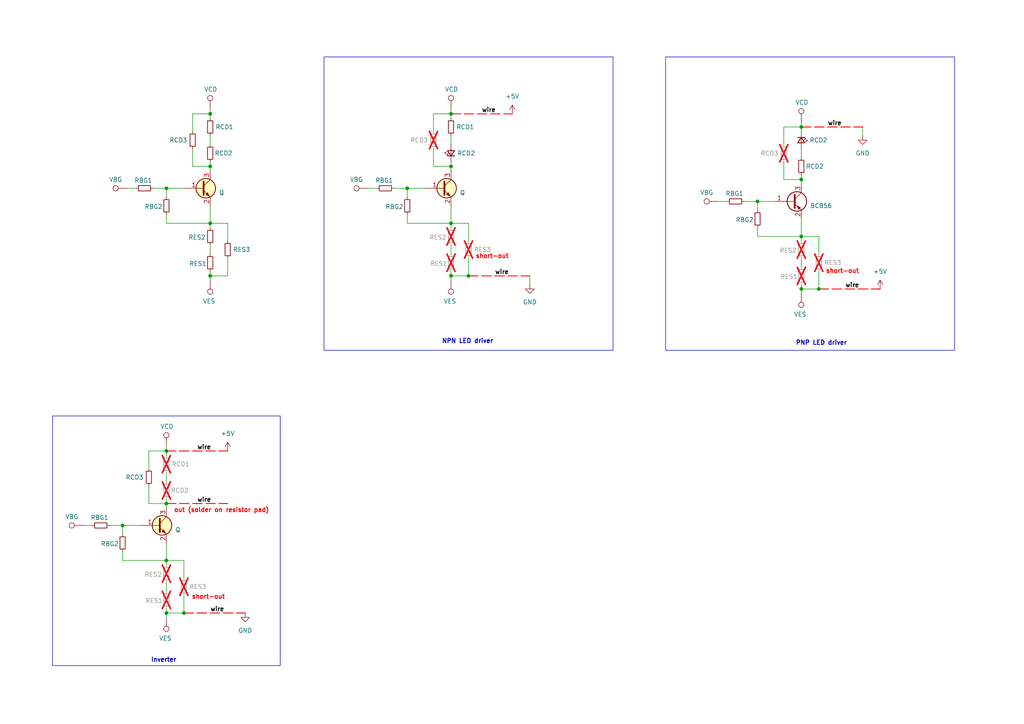
<source format=kicad_sch>
(kicad_sch (version 20250114) (generator "eeschema") (generator_version "9.0")
  (paper "A4")
  (lib_symbols
    (symbol "Connector:TestPoint" (pin_numbers (hide yes)) (pin_names (offset 0.762) (hide yes))
      (property "Reference" "TP" (at 0 6.858 0))
      (property "Value" "TestPoint" (at 0 5.08 0))
      (symbol "TestPoint_0_1"
        (circle (center 0 3.302) (radius 0.762))
      )
      (symbol "TestPoint_1_1"
        (pin passive line (at 0 0 90) (length 2.54) (name "1") (number "1"))
      )
    )
    (symbol "Device:LED_Small" (pin_numbers (hide yes)) (pin_names (offset 0.254) (hide yes))
      (property "Reference" "D" (at -1.27 3.175 0))
      (property "Value" "LED_Small" (at -4.445 -2.54 0))
      (symbol "LED_Small_0_1"
        (polyline (pts (xy -0.762 -1.016) (xy -0.762 1.016)) (stroke (width 0.254)))
        (polyline (pts (xy 0 0.762) (xy -0.508 1.27) (xy -0.254 1.27) (xy -0.508 1.27) (xy -0.508 1.016)))
        (polyline (pts (xy 0.508 1.27) (xy 0 1.778) (xy 0.254 1.778) (xy 0 1.778) (xy 0 1.524)))
        (polyline (pts (xy 0.762 -1.016) (xy -0.762 0) (xy 0.762 1.016) (xy 0.762 -1.016)) (stroke (width 0.254)))
        (polyline (pts (xy 1.016 0) (xy -0.762 0)))
      )
      (symbol "LED_Small_1_1"
        (pin passive line (at -2.54 0 0) (length 1.778) (name "K") (number "1"))
        (pin passive line (at 2.54 0 180) (length 1.778) (name "A") (number "2"))
      )
    )
    (symbol "Device:R_Small" (pin_numbers (hide yes)) (pin_names (offset 0.254) (hide yes))
      (property "Reference" "R" (at 0.762 0.508 0))
      (property "Value" "R_Small" (at 0.762 -1.016 0))
      (symbol "R_Small_0_1"
        (rectangle (start -0.762 1.778) (end 0.762 -1.778) (stroke (width 0.2032)))
      )
      (symbol "R_Small_1_1"
        (pin passive line (at 0 2.54 270) (length 0.762) (name "~") (number "1"))
        (pin passive line (at 0 -2.54 90) (length 0.762) (name "~") (number "2"))
      )
    )
    (symbol "PCM_Transistor_BJT_AKL:BC847" (pin_names (hide yes))
      (property "Reference" "Q" (at 5.08 1.27 0))
      (property "Value" "BC847" (at 5.08 -1.27 0))
      (symbol "BC847_0_1"
        (polyline (pts (xy 0.635 1.905) (xy 0.635 -1.905) (xy 0.635 -1.905)) (stroke (width 0.508)))
        (polyline (pts (xy 0.635 0.635) (xy 2.54 2.54)))
        (polyline (pts (xy 0.635 -0.635) (xy 2.54 -2.54) (xy 2.54 -2.54)))
        (circle (center 1.27 0) (radius 2.8194) (stroke (width 0.254)) (fill (type background)))
        (polyline (pts (xy 1.27 -1.778) (xy 1.778 -1.27) (xy 2.286 -2.286) (xy 1.27 -1.778) (xy 1.27 -1.778)) (fill (type outline)))
      )
      (symbol "BC847_1_1"
        (pin input line (at -5.08 0 0) (length 5.715) (name "B") (number "1"))
        (pin passive line (at 2.54 5.08 270) (length 2.54) (name "C") (number "3"))
        (pin passive line (at 2.54 -5.08 90) (length 2.54) (name "E") (number "2"))
      )
    )
    (symbol "Transistor_BJT:BC856" (pin_names (offset 0) (hide yes))
      (property "Reference" "Q" (at 5.08 1.905 0))
      (property "Value" "BC856" (at 5.08 0 0))
      (symbol "BC856_0_1"
        (polyline (pts (xy -2.54 0) (xy 0.635 0)))
        (polyline (pts (xy 0.635 1.905) (xy 0.635 -1.905)) (stroke (width 0.508)))
        (polyline (pts (xy 0.635 0.635) (xy 2.54 2.54)))
        (polyline (pts (xy 0.635 -0.635) (xy 2.54 -2.54)))
        (circle (center 1.27 0) (radius 2.8194) (stroke (width 0.254)))
        (polyline (pts (xy 2.286 -1.778) (xy 1.778 -2.286) (xy 1.27 -1.27) (xy 2.286 -1.778)) (fill (type outline)))
      )
      (symbol "BC856_1_1"
        (pin input line (at -5.08 0 0) (length 2.54) (name "B") (number "1"))
        (pin passive line (at 2.54 5.08 270) (length 2.54) (name "C") (number "3"))
        (pin passive line (at 2.54 -5.08 90) (length 2.54) (name "E") (number "2"))
      )
    )
    (symbol "power:+5V" (power) (pin_numbers (hide yes)) (pin_names (offset 0) (hide yes))
      (property "Value" "+5V" (at 0 3.556 0))
      (symbol "+5V_0_1"
        (polyline (pts (xy -0.762 1.27) (xy 0 2.54)))
        (polyline (pts (xy 0 2.54) (xy 0.762 1.27)))
        (polyline (pts (xy 0 0) (xy 0 2.54)))
      )
      (symbol "+5V_1_1"
        (pin power_in line (at 0 0 90) (length 0) (name "~") (number "1"))
      )
    )
    (symbol "power:GND" (power) (pin_numbers (hide yes)) (pin_names (offset 0) (hide yes))
      (property "Value" "GND" (at 0 -3.81 0))
      (symbol "GND_0_1"
        (polyline (pts (xy 0 0) (xy 0 -1.27) (xy 1.27 -1.27) (xy 0 -2.54) (xy -1.27 -1.27) (xy 0 -1.27)))
      )
      (symbol "GND_1_1"
        (pin power_in line (at 0 0 270) (length 0) (name "~") (number "1"))
      )
    )
  )
  (rectangle (start 193.04 16.51) (end 276.86 101.6))
  (rectangle (start 93.98 16.51) (end 177.8 101.6))
  (rectangle (start 15.24 120.65) (end 81.28 193.04))
  (text "NPN LED driver" (at 135.636 99.06 0) (effects (font (size 1.27 1.27) (thickness 0.254) (bold yes))))
  (text "out (solder on resistor pad)" (at 64.262 148.082 0) (effects (font (size 1.27 1.27) (thickness 0.254) (bold yes))))
  (text "Inverter" (at 47.498 191.516 0) (effects (font (size 1.27 1.27) (thickness 0.254) (bold yes))))
  (text "short-out" (at 142.748 74.422 0) (effects (font (size 1.27 1.27) (thickness 0.254) (bold yes))))
  (text "PNP LED driver" (at 238.252 99.568 0) (effects (font (size 1.27 1.27) (thickness 0.254) (bold yes))))
  (text "short-out" (at 244.348 78.74 0) (effects (font (size 1.27 1.27) (thickness 0.254) (bold yes))))
  (text "short-out" (at 60.452 173.228 0) (effects (font (size 1.27 1.27) (thickness 0.254) (bold yes))))
  (junction (at 130.81 64.77))
  (junction (at 130.81 80.01))
  (junction (at 48.26 54.61))
  (junction (at 53.34 177.8))
  (junction (at 60.96 64.77))
  (junction (at 118.11 54.61))
  (junction (at 232.41 68.58))
  (junction (at 35.56 152.4))
  (junction (at 232.41 52.07))
  (junction (at 60.96 80.01))
  (junction (at 237.49 83.82))
  (junction (at 135.89 80.01))
  (junction (at 130.81 33.02))
  (junction (at 232.41 83.82))
  (junction (at 130.81 48.26))
  (junction (at 48.26 177.8))
  (junction (at 232.41 36.83))
  (junction (at 60.96 33.02))
  (junction (at 48.26 162.56))
  (junction (at 48.26 130.81))
  (junction (at 219.71 58.42))
  (junction (at 48.26 146.05))
  (junction (at 60.96 48.26))
  (wire (pts (xy 232.41 35.56) (xy 232.41 36.83)))
  (wire (pts (xy 219.71 58.42) (xy 219.71 60.96)))
  (wire (pts (xy 48.26 146.05) (xy 48.26 147.32)))
  (wire (pts (xy 125.73 33.02) (xy 130.81 33.02)))
  (wire (pts (xy 48.26 179.07) (xy 48.26 177.8)))
  (wire (pts (xy 60.96 66.04) (xy 60.96 64.77)))
  (wire (pts (xy 53.34 177.8) (xy 71.12 177.8)) (stroke (width 0.254) (type dash) (color 255 0 0 1)))
  (wire (pts (xy 232.41 36.83) (xy 250.19 36.83)) (stroke (width 0.254) (type dash) (color 255 0 0 1)))
  (wire (pts (xy 130.81 48.26) (xy 130.81 49.53)))
  (wire (pts (xy 48.26 54.61) (xy 48.26 57.15)))
  (wire (pts (xy 60.96 59.69) (xy 60.96 64.77)))
  (wire (pts (xy 53.34 177.8) (xy 48.26 177.8)))
  (wire (pts (xy 232.41 50.8) (xy 232.41 52.07)))
  (wire (pts (xy 208.28 58.42) (xy 210.82 58.42)))
  (wire (pts (xy 237.49 83.82) (xy 255.27 83.82)) (stroke (width 0.254) (type dash) (color 255 0 0 1)))
  (wire (pts (xy 43.18 135.89) (xy 43.18 130.81)))
  (wire (pts (xy 135.89 69.85) (xy 135.89 64.77)))
  (wire (pts (xy 118.11 54.61) (xy 123.19 54.61)))
  (wire (pts (xy 135.89 80.01) (xy 153.67 80.01)) (stroke (width 0.254) (type dash) (color 255 0 0 1)))
  (wire (pts (xy 60.96 33.02) (xy 60.96 34.29)))
  (wire (pts (xy 219.71 66.04) (xy 219.71 68.58)))
  (wire (pts (xy 48.26 171.45) (xy 48.26 168.91)))
  (wire (pts (xy 130.81 46.99) (xy 130.81 48.26)))
  (wire (pts (xy 48.26 64.77) (xy 60.96 64.77)))
  (wire (pts (xy 125.73 43.18) (xy 125.73 48.26)))
  (wire (pts (xy 153.67 82.55) (xy 153.67 80.01)))
  (wire (pts (xy 135.89 64.77) (xy 130.81 64.77)))
  (wire (pts (xy 53.34 162.56) (xy 48.26 162.56)))
  (wire (pts (xy 36.83 54.61) (xy 39.37 54.61)))
  (wire (pts (xy 55.88 38.1) (xy 55.88 33.02)))
  (wire (pts (xy 43.18 130.81) (xy 48.26 130.81)))
  (wire (pts (xy 118.11 64.77) (xy 130.81 64.77)))
  (wire (pts (xy 227.33 36.83) (xy 232.41 36.83)))
  (wire (pts (xy 60.96 80.01) (xy 60.96 78.74)))
  (wire (pts (xy 48.26 157.48) (xy 48.26 162.56)))
  (wire (pts (xy 48.26 177.8) (xy 48.26 176.53)))
  (wire (pts (xy 55.88 48.26) (xy 60.96 48.26)))
  (wire (pts (xy 118.11 62.23) (xy 118.11 64.77)))
  (wire (pts (xy 106.68 54.61) (xy 109.22 54.61)))
  (wire (pts (xy 48.26 130.81) (xy 66.04 130.81)) (stroke (width 0.254) (type dash) (color 255 0 0 1)))
  (wire (pts (xy 48.26 163.83) (xy 48.26 162.56)))
  (wire (pts (xy 232.41 69.85) (xy 232.41 68.58)))
  (wire (pts (xy 237.49 78.74) (xy 237.49 83.82)))
  (wire (pts (xy 130.81 33.02) (xy 148.59 33.02)) (stroke (width 0.254) (type dash) (color 255 0 0 1)))
  (wire (pts (xy 24.13 152.4) (xy 26.67 152.4)))
  (wire (pts (xy 227.33 52.07) (xy 232.41 52.07)))
  (wire (pts (xy 66.04 64.77) (xy 60.96 64.77)))
  (wire (pts (xy 232.41 52.07) (xy 232.41 53.34)))
  (wire (pts (xy 219.71 58.42) (xy 224.79 58.42)))
  (wire (pts (xy 60.96 46.99) (xy 60.96 48.26)))
  (wire (pts (xy 35.56 152.4) (xy 35.56 154.94)))
  (wire (pts (xy 227.33 46.99) (xy 227.33 52.07)))
  (wire (pts (xy 35.56 152.4) (xy 40.64 152.4)))
  (wire (pts (xy 118.11 54.61) (xy 118.11 57.15)))
  (wire (pts (xy 130.81 31.75) (xy 130.81 33.02)))
  (wire (pts (xy 48.26 54.61) (xy 53.34 54.61)))
  (wire (pts (xy 232.41 43.18) (xy 232.41 45.72)))
  (wire (pts (xy 237.49 68.58) (xy 232.41 68.58)))
  (wire (pts (xy 35.56 160.02) (xy 35.56 162.56)))
  (wire (pts (xy 130.81 80.01) (xy 135.89 80.01)))
  (wire (pts (xy 130.81 39.37) (xy 130.81 41.91)))
  (wire (pts (xy 130.81 33.02) (xy 130.81 34.29)))
  (wire (pts (xy 44.45 54.61) (xy 48.26 54.61)))
  (wire (pts (xy 53.34 172.72) (xy 53.34 177.8)))
  (wire (pts (xy 35.56 162.56) (xy 48.26 162.56)))
  (wire (pts (xy 48.26 129.54) (xy 48.26 130.81)))
  (wire (pts (xy 43.18 146.05) (xy 48.26 146.05)))
  (wire (pts (xy 219.71 68.58) (xy 232.41 68.58)))
  (wire (pts (xy 125.73 38.1) (xy 125.73 33.02)))
  (wire (pts (xy 66.04 80.01) (xy 60.96 80.01)))
  (wire (pts (xy 55.88 33.02) (xy 60.96 33.02)))
  (wire (pts (xy 250.19 39.37) (xy 250.19 36.83)))
  (wire (pts (xy 60.96 73.66) (xy 60.96 71.12)))
  (wire (pts (xy 43.18 140.97) (xy 43.18 146.05)))
  (wire (pts (xy 130.81 66.04) (xy 130.81 64.77)))
  (wire (pts (xy 237.49 73.66) (xy 237.49 68.58)))
  (wire (pts (xy 48.26 144.78) (xy 48.26 146.05)))
  (wire (pts (xy 53.34 167.64) (xy 53.34 162.56)))
  (wire (pts (xy 31.75 152.4) (xy 35.56 152.4)))
  (wire (pts (xy 130.81 73.66) (xy 130.81 71.12)))
  (wire (pts (xy 48.26 130.81) (xy 48.26 132.08)))
  (wire (pts (xy 125.73 48.26) (xy 130.81 48.26)))
  (wire (pts (xy 60.96 48.26) (xy 60.96 49.53)))
  (wire (pts (xy 232.41 83.82) (xy 232.41 82.55)))
  (wire (pts (xy 232.41 77.47) (xy 232.41 74.93)))
  (wire (pts (xy 48.26 146.05) (xy 66.04 146.05)) (stroke (width 0.254) (type dash) (color 255 0 0 1)))
  (wire (pts (xy 60.96 31.75) (xy 60.96 33.02)))
  (wire (pts (xy 130.81 59.69) (xy 130.81 64.77)))
  (wire (pts (xy 60.96 81.28) (xy 60.96 80.01)))
  (wire (pts (xy 232.41 63.5) (xy 232.41 68.58)))
  (wire (pts (xy 227.33 41.91) (xy 227.33 36.83)))
  (wire (pts (xy 232.41 36.83) (xy 232.41 38.1)))
  (wire (pts (xy 66.04 74.93) (xy 66.04 80.01)))
  (wire (pts (xy 237.49 83.82) (xy 232.41 83.82)))
  (wire (pts (xy 48.26 137.16) (xy 48.26 139.7)))
  (wire (pts (xy 66.04 69.85) (xy 66.04 64.77)))
  (wire (pts (xy 135.89 74.93) (xy 135.89 80.01)))
  (wire (pts (xy 48.26 62.23) (xy 48.26 64.77)))
  (wire (pts (xy 114.3 54.61) (xy 118.11 54.61)))
  (wire (pts (xy 130.81 81.28) (xy 130.81 80.01)))
  (wire (pts (xy 232.41 85.09) (xy 232.41 83.82)))
  (wire (pts (xy 215.9 58.42) (xy 219.71 58.42)))
  (wire (pts (xy 55.88 43.18) (xy 55.88 48.26)))
  (wire (pts (xy 130.81 80.01) (xy 130.81 78.74)))
  (wire (pts (xy 60.96 39.37) (xy 60.96 41.91)))
  (label "wire" (at 240.03 36.83 0) (effects (font (thickness 0.254) (bold yes))))
  (label "wire" (at 57.15 130.81 0) (effects (font (thickness 0.254) (bold yes))))
  (label "wire" (at 143.51 80.01 0) (effects (font (thickness 0.254) (bold yes))))
  (label "wire" (at 139.7 33.02 0) (effects (font (thickness 0.254) (bold yes))))
  (label "wire" (at 245.11 83.82 0) (effects (font (thickness 0.254) (bold yes))))
  (label "wire" (at 60.96 177.8 0) (effects (font (thickness 0.254) (bold yes))))
  (label "wire" (at 57.15 146.05 0) (effects (font (thickness 0.254) (bold yes))))
  (symbol (lib_id "Device:R_Small") (at 232.41 80.01 0) (unit 1) (exclude_from_sim yes) (in_bom no) (on_board no) (dnp yes)
    (property "Reference" "R101" (effects (hide yes)))
    (property "Value" "RES1" (at 226.314 80.264 0) (effects (justify left)))
    (property "Footprint" "testboard:R_1206_0805_3216Metric_Pad1.30x1.75mm_HandSolder_test" (effects (hide yes)))
  )
  (symbol (lib_id "power:+5V") (at 66.04 130.81 0) (unit 1)
    (property "Reference" "#PWR024" (effects (hide yes)))
    (property "Value" "+5V" (at 66.04 125.73 0))
    (property "Description" "Power symbol creates a global label with name \"+5V\"" (effects (hide yes)))
  )
  (symbol (lib_id "Device:R_Small") (at 135.89 72.39 0) (mirror y) (unit 1) (exclude_from_sim yes) (in_bom no) (on_board no) (dnp yes)
    (property "Reference" "R95" (effects (hide yes)))
    (property "Value" "RES3" (at 137.414 72.39 0) (effects (justify right)))
    (property "Footprint" "testboard:R_1206_0805_3216Metric_Pad1.30x1.75mm_HandSolder_test" (effects (hide yes)))
  )
  (symbol (lib_id "Device:R_Small") (at 111.76 54.61 270) (mirror x) (unit 1) (exclude_from_sim yes) (in_bom no) (on_board no)
    (property "Reference" "R88" (effects (hide yes)))
    (property "Value" "RBG1" (at 114.046 52.324 90) (effects (justify right)))
    (property "Footprint" "testboard:R_1206_0805_3216Metric_Pad1.30x1.75mm_HandSolder_test" (effects (hide yes)))
  )
  (symbol (lib_id "PCM_Transistor_BJT_AKL:BC847") (at 128.27 54.61 0) (unit 1) (exclude_from_sim yes) (in_bom no) (on_board no)
    (property "Reference" "Q17" (effects (hide yes)))
    (property "Value" "Q" (at 133.35 55.88 0) (effects (justify left)))
    (property "Footprint" "Package_TO_SOT_SMD:SOT-23" (effects (hide yes)))
    (property "Datasheet" "https://assets.nexperia.com/documents/data-sheet/BC847_SER.pdf" (effects (hide yes)))
  )
  (symbol (lib_id "Transistor_BJT:BC856") (at 229.87 58.42 0) (unit 1)
    (property "Reference" "Q18" (effects (hide yes)))
    (property "Value" "BC856" (at 234.95 59.6899 0) (effects (justify left)))
    (property "Footprint" "Package_TO_SOT_SMD:SOT-23" (effects (hide yes)))
    (property "Datasheet" "https://www.onsemi.com/pub/Collateral/BC860-D.pdf" (effects (hide yes)))
    (property "Description" "0.1A Ic, 65V Vce, PNP Transistor, SOT-23" (effects (hide yes)))
  )
  (symbol (lib_id "Device:R_Small") (at 43.18 138.43 0) (mirror x) (unit 1) (exclude_from_sim yes) (in_bom no) (on_board no)
    (property "Reference" "R104" (effects (hide yes)))
    (property "Value" "RCD3" (at 41.656 138.43 0) (effects (justify right)))
    (property "Footprint" "testboard:R_1206_0805_3216Metric_Pad1.30x1.75mm_HandSolder_test" (effects (hide yes)))
  )
  (symbol (lib_id "power:GND") (at 153.67 82.55 0) (unit 1)
    (property "Reference" "#PWR017" (effects (hide yes)))
    (property "Value" "GND" (at 153.67 87.63 0))
    (property "Description" "Power symbol creates a global label with name \"GND\" , ground" (effects (hide yes)))
  )
  (symbol (lib_id "Device:R_Small") (at 237.49 76.2 0) (mirror y) (unit 1) (exclude_from_sim yes) (in_bom no) (on_board no) (dnp yes)
    (property "Reference" "R102" (effects (hide yes)))
    (property "Value" "RES3" (at 239.014 76.2 0) (effects (justify right)))
    (property "Footprint" "testboard:R_1206_0805_3216Metric_Pad1.30x1.75mm_HandSolder_test" (effects (hide yes)))
  )
  (symbol (lib_id "Connector:TestPoint") (at 48.26 179.07 180) (unit 1) (exclude_from_sim yes) (in_bom no) (on_board no)
    (property "Reference" "TP356" (effects (hide yes)))
    (property "Value" "VES" (at 49.784 185.166 0) (effects (justify left)))
    (property "Footprint" "TestPoint:TestPoint_Pad_D2.0mm" (effects (hide yes)))
  )
  (symbol (lib_id "Device:R_Small") (at 130.81 68.58 0) (unit 1) (exclude_from_sim yes) (in_bom no) (on_board no) (dnp yes)
    (property "Reference" "R93" (effects (hide yes)))
    (property "Value" "RES2" (at 124.46 68.834 0) (effects (justify left)))
    (property "Footprint" "testboard:R_1206_0805_3216Metric_Pad1.30x1.75mm_HandSolder_test" (effects (hide yes)))
  )
  (symbol (lib_id "Device:R_Small") (at 213.36 58.42 270) (mirror x) (unit 1) (exclude_from_sim yes) (in_bom no) (on_board no)
    (property "Reference" "R92" (effects (hide yes)))
    (property "Value" "RBG1" (at 215.646 56.134 90) (effects (justify right)))
    (property "Footprint" "testboard:R_1206_0805_3216Metric_Pad1.30x1.75mm_HandSolder_test" (effects (hide yes)))
  )
  (symbol (lib_id "Device:R_Small") (at 48.26 142.24 180) (unit 1) (exclude_from_sim yes) (in_bom no) (on_board no) (dnp yes)
    (property "Reference" "R106" (effects (hide yes)))
    (property "Value" "RCD2" (at 49.53 142.24 0) (effects (justify right)))
    (property "Footprint" "testboard:R_1206_0805_3216Metric_Pad1.30x1.75mm_HandSolder_test" (effects (hide yes)))
  )
  (symbol (lib_id "Connector:TestPoint") (at 106.68 54.61 90) (unit 1) (exclude_from_sim yes) (in_bom no) (on_board no)
    (property "Reference" "TP348" (effects (hide yes)))
    (property "Value" "VBG" (at 103.378 52.07 90))
    (property "Footprint" "TestPoint:TestPoint_Pad_D2.0mm" (effects (hide yes)))
  )
  (symbol (lib_id "Device:R_Small") (at 232.41 48.26 180) (unit 1) (exclude_from_sim yes) (in_bom no) (on_board no)
    (property "Reference" "R99" (effects (hide yes)))
    (property "Value" "RCD2" (at 233.68 48.26 0) (effects (justify right)))
    (property "Footprint" "testboard:R_1206_0805_3216Metric_Pad1.30x1.75mm_HandSolder_test" (effects (hide yes)))
  )
  (symbol (lib_id "Device:R_Small") (at 125.73 40.64 0) (mirror x) (unit 1) (exclude_from_sim yes) (in_bom no) (on_board no) (dnp yes)
    (property "Reference" "R90" (effects (hide yes)))
    (property "Value" "RCD3" (at 124.206 40.64 0) (effects (justify right)))
    (property "Footprint" "testboard:R_1206_0805_3216Metric_Pad1.30x1.75mm_HandSolder_test" (effects (hide yes)))
  )
  (symbol (lib_id "Device:R_Small") (at 29.21 152.4 270) (mirror x) (unit 1) (exclude_from_sim yes) (in_bom no) (on_board no)
    (property "Reference" "R98" (effects (hide yes)))
    (property "Value" "RBG1" (at 31.496 150.114 90) (effects (justify right)))
    (property "Footprint" "testboard:R_1206_0805_3216Metric_Pad1.30x1.75mm_HandSolder_test" (effects (hide yes)))
  )
  (symbol (lib_id "Connector:TestPoint") (at 60.96 81.28 180) (unit 1) (exclude_from_sim yes) (in_bom no) (on_board no)
    (property "Reference" "TP347" (effects (hide yes)))
    (property "Value" "VES" (at 62.484 87.376 0) (effects (justify left)))
    (property "Footprint" "TestPoint:TestPoint_Pad_D2.0mm" (effects (hide yes)))
  )
  (symbol (lib_id "Device:R_Small") (at 48.26 173.99 0) (unit 1) (exclude_from_sim yes) (in_bom no) (on_board no) (dnp yes)
    (property "Reference" "R108" (effects (hide yes)))
    (property "Value" "RES1" (at 42.164 174.244 0) (effects (justify left)))
    (property "Footprint" "testboard:R_1206_0805_3216Metric_Pad1.30x1.75mm_HandSolder_test" (effects (hide yes)))
  )
  (symbol (lib_id "Device:R_Small") (at 227.33 44.45 0) (mirror x) (unit 1) (exclude_from_sim yes) (in_bom no) (on_board no) (dnp yes)
    (property "Reference" "R97" (effects (hide yes)))
    (property "Value" "RCD3" (at 225.806 44.45 0) (effects (justify right)))
    (property "Footprint" "testboard:R_1206_0805_3216Metric_Pad1.30x1.75mm_HandSolder_test" (effects (hide yes)))
  )
  (symbol (lib_id "Device:R_Small") (at 219.71 63.5 180) (unit 1) (exclude_from_sim yes) (in_bom no) (on_board no)
    (property "Reference" "R96" (effects (hide yes)))
    (property "Value" "RBG2" (at 213.36 63.754 0) (effects (justify right)))
    (property "Footprint" "testboard:R_1206_0805_3216Metric_Pad1.30x1.75mm_HandSolder_test" (effects (hide yes)))
  )
  (symbol (lib_id "Connector:TestPoint") (at 232.41 85.09 180) (unit 1) (exclude_from_sim yes) (in_bom no) (on_board no)
    (property "Reference" "TP353" (effects (hide yes)))
    (property "Value" "VES" (at 233.934 91.186 0) (effects (justify left)))
    (property "Footprint" "TestPoint:TestPoint_Pad_D2.0mm" (effects (hide yes)))
  )
  (symbol (lib_id "PCM_Transistor_BJT_AKL:BC847") (at 45.72 152.4 0) (unit 1) (exclude_from_sim yes) (in_bom no) (on_board no)
    (property "Reference" "Q19" (effects (hide yes)))
    (property "Value" "Q" (at 50.8 153.67 0) (effects (justify left)))
    (property "Footprint" "Package_TO_SOT_SMD:SOT-23" (effects (hide yes)))
    (property "Datasheet" "https://assets.nexperia.com/documents/data-sheet/BC847_SER.pdf" (effects (hide yes)))
  )
  (symbol (lib_id "Device:R_Small") (at 232.41 72.39 0) (unit 1) (exclude_from_sim yes) (in_bom no) (on_board no) (dnp yes)
    (property "Reference" "R100" (effects (hide yes)))
    (property "Value" "RES2" (at 226.06 72.644 0) (effects (justify left)))
    (property "Footprint" "testboard:R_1206_0805_3216Metric_Pad1.30x1.75mm_HandSolder_test" (effects (hide yes)))
  )
  (symbol (lib_id "PCM_Transistor_BJT_AKL:BC847") (at 58.42 54.61 0) (unit 1) (exclude_from_sim yes) (in_bom no) (on_board no)
    (property "Reference" "Q16" (effects (hide yes)))
    (property "Value" "Q" (at 63.5 55.88 0) (effects (justify left)))
    (property "Footprint" "Package_TO_SOT_SMD:SOT-23" (effects (hide yes)))
    (property "Datasheet" "https://assets.nexperia.com/documents/data-sheet/BC847_SER.pdf" (effects (hide yes)))
  )
  (symbol (lib_id "Device:R_Small") (at 60.96 76.2 0) (unit 1) (exclude_from_sim yes) (in_bom no) (on_board no)
    (property "Reference" "R86" (effects (hide yes)))
    (property "Value" "RES1" (at 54.864 76.454 0) (effects (justify left)))
    (property "Footprint" "testboard:R_1206_0805_3216Metric_Pad1.30x1.75mm_HandSolder_test" (effects (hide yes)))
  )
  (symbol (lib_id "Connector:TestPoint") (at 48.26 129.54 0) (unit 1) (exclude_from_sim yes) (in_bom no) (on_board no)
    (property "Reference" "TP355" (effects (hide yes)))
    (property "Value" "VCD" (at 46.482 123.698 0) (effects (justify left)))
    (property "Footprint" "TestPoint:TestPoint_Pad_D2.0mm" (effects (hide yes)))
  )
  (symbol (lib_id "Device:R_Small") (at 48.26 166.37 0) (unit 1) (exclude_from_sim yes) (in_bom no) (on_board no) (dnp yes)
    (property "Reference" "R107" (effects (hide yes)))
    (property "Value" "RES2" (at 41.91 166.624 0) (effects (justify left)))
    (property "Footprint" "testboard:R_1206_0805_3216Metric_Pad1.30x1.75mm_HandSolder_test" (effects (hide yes)))
  )
  (symbol (lib_id "Connector:TestPoint") (at 24.13 152.4 90) (unit 1) (exclude_from_sim yes) (in_bom no) (on_board no)
    (property "Reference" "TP354" (effects (hide yes)))
    (property "Value" "VBG" (at 20.828 149.86 90))
    (property "Footprint" "TestPoint:TestPoint_Pad_D2.0mm" (effects (hide yes)))
  )
  (symbol (lib_id "Connector:TestPoint") (at 208.28 58.42 90) (unit 1) (exclude_from_sim yes) (in_bom no) (on_board no)
    (property "Reference" "TP351" (effects (hide yes)))
    (property "Value" "VBG" (at 204.978 55.88 90))
    (property "Footprint" "TestPoint:TestPoint_Pad_D2.0mm" (effects (hide yes)))
  )
  (symbol (lib_id "Device:R_Small") (at 41.91 54.61 270) (mirror x) (unit 1) (exclude_from_sim yes) (in_bom no) (on_board no)
    (property "Reference" "R80" (effects (hide yes)))
    (property "Value" "RBG1" (at 44.196 52.324 90) (effects (justify right)))
    (property "Footprint" "testboard:R_1206_0805_3216Metric_Pad1.30x1.75mm_HandSolder_test" (effects (hide yes)))
  )
  (symbol (lib_id "Connector:TestPoint") (at 232.41 35.56 0) (unit 1) (exclude_from_sim yes) (in_bom no) (on_board no)
    (property "Reference" "TP352" (effects (hide yes)))
    (property "Value" "VCD" (at 230.632 29.718 0) (effects (justify left)))
    (property "Footprint" "TestPoint:TestPoint_Pad_D2.0mm" (effects (hide yes)))
  )
  (symbol (lib_id "power:GND") (at 250.19 39.37 0) (unit 1)
    (property "Reference" "#PWR022" (effects (hide yes)))
    (property "Value" "GND" (at 250.19 44.45 0))
    (property "Description" "Power symbol creates a global label with name \"GND\" , ground" (effects (hide yes)))
  )
  (symbol (lib_id "power:+5V") (at 148.59 33.02 0) (unit 1)
    (property "Reference" "#PWR018" (effects (hide yes)))
    (property "Value" "+5V" (at 148.59 27.94 0))
    (property "Description" "Power symbol creates a global label with name \"+5V\"" (effects (hide yes)))
  )
  (symbol (lib_id "Device:R_Small") (at 48.26 59.69 180) (unit 1) (exclude_from_sim yes) (in_bom no) (on_board no)
    (property "Reference" "R81" (effects (hide yes)))
    (property "Value" "RBG2" (at 41.91 59.944 0) (effects (justify right)))
    (property "Footprint" "testboard:R_1206_0805_3216Metric_Pad1.30x1.75mm_HandSolder_test" (effects (hide yes)))
  )
  (symbol (lib_id "Device:R_Small") (at 35.56 157.48 180) (unit 1) (exclude_from_sim yes) (in_bom no) (on_board no)
    (property "Reference" "R103" (effects (hide yes)))
    (property "Value" "RBG2" (at 29.21 157.734 0) (effects (justify right)))
    (property "Footprint" "testboard:R_1206_0805_3216Metric_Pad1.30x1.75mm_HandSolder_test" (effects (hide yes)))
  )
  (symbol (lib_id "Connector:TestPoint") (at 130.81 81.28 180) (unit 1) (exclude_from_sim yes) (in_bom no) (on_board no)
    (property "Reference" "TP350" (effects (hide yes)))
    (property "Value" "VES" (at 132.334 87.376 0) (effects (justify left)))
    (property "Footprint" "TestPoint:TestPoint_Pad_D2.0mm" (effects (hide yes)))
  )
  (symbol (lib_id "power:+5V") (at 255.27 83.82 0) (unit 1)
    (property "Reference" "#PWR019" (effects (hide yes)))
    (property "Value" "+5V" (at 255.27 78.74 0))
    (property "Description" "Power symbol creates a global label with name \"+5V\"" (effects (hide yes)))
  )
  (symbol (lib_id "Device:LED_Small") (at 232.41 40.64 270) (unit 1)
    (property "Reference" "D3" (effects (hide yes)))
    (property "Value" "RCD2" (at 240.03 40.64 90) (effects (justify right)))
    (property "Description" "Light emitting diode, small symbol" (effects (hide yes)))
    (property "Sim.Pin" "1=K 2=A" (effects (hide yes)))
  )
  (symbol (lib_id "Connector:TestPoint") (at 60.96 31.75 0) (unit 1) (exclude_from_sim yes) (in_bom no) (on_board no)
    (property "Reference" "TP346" (effects (hide yes)))
    (property "Value" "VCD" (at 59.182 25.908 0) (effects (justify left)))
    (property "Footprint" "TestPoint:TestPoint_Pad_D2.0mm" (effects (hide yes)))
  )
  (symbol (lib_id "Device:R_Small") (at 130.81 36.83 180) (unit 1) (exclude_from_sim yes) (in_bom no) (on_board no)
    (property "Reference" "R91" (effects (hide yes)))
    (property "Value" "RCD1" (at 132.334 36.83 0) (effects (justify right)))
    (property "Footprint" "testboard:R_1206_0805_3216Metric_Pad1.30x1.75mm_HandSolder_test" (effects (hide yes)))
  )
  (symbol (lib_id "power:GND") (at 71.12 177.8 0) (unit 1)
    (property "Reference" "#PWR023" (effects (hide yes)))
    (property "Value" "GND" (at 71.12 182.88 0))
    (property "Description" "Power symbol creates a global label with name \"GND\" , ground" (effects (hide yes)))
  )
  (symbol (lib_id "Device:R_Small") (at 130.81 76.2 0) (unit 1) (exclude_from_sim yes) (in_bom no) (on_board no) (dnp yes)
    (property "Reference" "R94" (effects (hide yes)))
    (property "Value" "RES1" (at 124.714 76.454 0) (effects (justify left)))
    (property "Footprint" "testboard:R_1206_0805_3216Metric_Pad1.30x1.75mm_HandSolder_test" (effects (hide yes)))
  )
  (symbol (lib_id "Device:R_Small") (at 60.96 44.45 180) (unit 1) (exclude_from_sim yes) (in_bom no) (on_board no)
    (property "Reference" "R84" (effects (hide yes)))
    (property "Value" "RCD2" (at 62.23 44.45 0) (effects (justify right)))
    (property "Footprint" "testboard:R_1206_0805_3216Metric_Pad1.30x1.75mm_HandSolder_test" (effects (hide yes)))
  )
  (symbol (lib_id "Connector:TestPoint") (at 36.83 54.61 90) (unit 1) (exclude_from_sim yes) (in_bom no) (on_board no)
    (property "Reference" "TP345" (effects (hide yes)))
    (property "Value" "VBG" (at 33.528 52.07 90))
    (property "Footprint" "TestPoint:TestPoint_Pad_D2.0mm" (effects (hide yes)))
  )
  (symbol (lib_id "Connector:TestPoint") (at 130.81 31.75 0) (unit 1) (exclude_from_sim yes) (in_bom no) (on_board no)
    (property "Reference" "TP349" (effects (hide yes)))
    (property "Value" "VCD" (at 129.032 25.908 0) (effects (justify left)))
    (property "Footprint" "TestPoint:TestPoint_Pad_D2.0mm" (effects (hide yes)))
  )
  (symbol (lib_id "Device:R_Small") (at 48.26 134.62 180) (unit 1) (exclude_from_sim yes) (in_bom no) (on_board no) (dnp yes)
    (property "Reference" "R105" (effects (hide yes)))
    (property "Value" "RCD1" (at 49.784 134.62 0) (effects (justify right)))
    (property "Footprint" "testboard:R_1206_0805_3216Metric_Pad1.30x1.75mm_HandSolder_test" (effects (hide yes)))
  )
  (symbol (lib_id "Device:R_Small") (at 66.04 72.39 0) (mirror y) (unit 1) (exclude_from_sim yes) (in_bom no) (on_board no)
    (property "Reference" "R87" (effects (hide yes)))
    (property "Value" "RES3" (at 67.564 72.39 0) (effects (justify right)))
    (property "Footprint" "testboard:R_1206_0805_3216Metric_Pad1.30x1.75mm_HandSolder_test" (effects (hide yes)))
  )
  (symbol (lib_id "Device:R_Small") (at 60.96 36.83 180) (unit 1) (exclude_from_sim yes) (in_bom no) (on_board no)
    (property "Reference" "R83" (effects (hide yes)))
    (property "Value" "RCD1" (at 62.484 36.83 0) (effects (justify right)))
    (property "Footprint" "testboard:R_1206_0805_3216Metric_Pad1.30x1.75mm_HandSolder_test" (effects (hide yes)))
  )
  (symbol (lib_id "Device:R_Small") (at 53.34 170.18 0) (mirror y) (unit 1) (exclude_from_sim yes) (in_bom no) (on_board no) (dnp yes)
    (property "Reference" "R109" (effects (hide yes)))
    (property "Value" "RES3" (at 54.864 170.18 0) (effects (justify right)))
    (property "Footprint" "testboard:R_1206_0805_3216Metric_Pad1.30x1.75mm_HandSolder_test" (effects (hide yes)))
  )
  (symbol (lib_id "Device:R_Small") (at 55.88 40.64 0) (mirror x) (unit 1) (exclude_from_sim yes) (in_bom no) (on_board no)
    (property "Reference" "R82" (effects (hide yes)))
    (property "Value" "RCD3" (at 54.356 40.64 0) (effects (justify right)))
    (property "Footprint" "testboard:R_1206_0805_3216Metric_Pad1.30x1.75mm_HandSolder_test" (effects (hide yes)))
  )
  (symbol (lib_id "Device:LED_Small") (at 130.81 44.45 90) (unit 1)
    (property "Reference" "D2" (effects (hide yes)))
    (property "Value" "RCD2" (at 132.588 44.45 90) (effects (justify right)))
    (property "Description" "Light emitting diode, small symbol" (effects (hide yes)))
    (property "Sim.Pin" "1=K 2=A" (effects (hide yes)))
  )
  (symbol (lib_id "Device:R_Small") (at 118.11 59.69 180) (unit 1) (exclude_from_sim yes) (in_bom no) (on_board no)
    (property "Reference" "R89" (effects (hide yes)))
    (property "Value" "RBG2" (at 111.76 59.944 0) (effects (justify right)))
    (property "Footprint" "testboard:R_1206_0805_3216Metric_Pad1.30x1.75mm_HandSolder_test" (effects (hide yes)))
  )
  (symbol (lib_id "Device:R_Small") (at 60.96 68.58 0) (unit 1) (exclude_from_sim yes) (in_bom no) (on_board no)
    (property "Reference" "R85" (effects (hide yes)))
    (property "Value" "RES2" (at 54.61 68.834 0) (effects (justify left)))
    (property "Footprint" "testboard:R_1206_0805_3216Metric_Pad1.30x1.75mm_HandSolder_test" (effects (hide yes)))
  )
)
</source>
